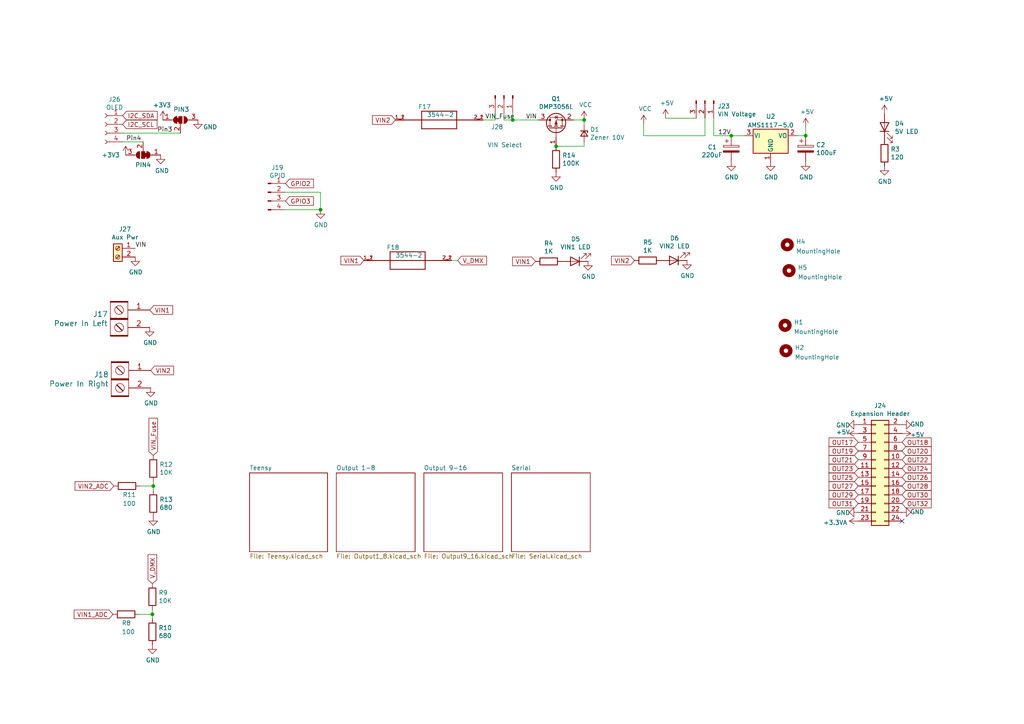
<source format=kicad_sch>
(kicad_sch (version 20211123) (generator eeschema)
  (paper "A4")
  (title_block (title "BBB 16 SMD") (date "2022-02-11") (rev "v2") (company "Scott Hanson"))
  (lib_symbols
    (symbol "Barrier_Blocks:BARRIER_BLOCK_1ROW_2POS" (pin_names (offset 1.016) hide)
      (property "Reference" "TB" (at 0.127 -6.731 0))
      (property "Value" "BARRIER_BLOCK_1ROW_2POS" (at 0.254 6.35 0))
      (symbol "BARRIER_BLOCK_1ROW_2POS_0_1"
        (rectangle (start -2.54 5.08) (end 2.54 -5.08))
        (circle (center 0 -2.54) (radius 1.27))
        (polyline (pts (xy -2.54 -4.699) (xy -2.54 -5.08) (xy 2.54 -5.08) (xy 2.54 -4.699)) (fill (type outline)))
        (polyline (pts (xy -2.54 0.254) (xy -2.54 -0.254) (xy 2.54 -0.254) (xy 2.54 0.254)) (fill (type outline)))
        (polyline (pts (xy -2.54 4.699) (xy -2.54 5.08) (xy 2.54 5.08) (xy 2.54 4.699)) (fill (type outline)))
        (polyline (pts (xy -0.8382 -3.5052) (xy -0.9652 -3.3782) (xy 0.8128 -1.6002) (xy 0.9652 -1.7018) (xy -0.8382 -3.5052)) (fill (type outline)))
        (polyline (pts (xy -0.8382 1.5748) (xy -0.9652 1.6764) (xy -0.0508 2.5908) (xy 0.8382 3.4798) (xy 0.9652 3.3528) (xy 0.9652 3.3528)) (fill (type outline)))
        (circle (center 0 2.54) (radius 1.27))
      )
      (symbol "BARRIER_BLOCK_1ROW_2POS_1_1"
        (pin passive line (at -8.89 2.54 0) (length 6.35) (name "P1") (number "1"))
        (pin passive line (at -8.89 -2.54 0) (length 6.35) (name "P2") (number "2"))
      )
    )
    (symbol "Connector:Conn_01x03_Male" (pin_names (offset 1.016) hide)
      (property "Reference" "J" (at 0 5.08 0))
      (property "Value" "Conn_01x03_Male" (at 0 -5.08 0))
      (symbol "Conn_01x03_Male_1_1"
        (polyline (pts (xy 1.27 -2.54) (xy 0.8636 -2.54)) (stroke (width 0.1524)))
        (polyline (pts (xy 1.27 0) (xy 0.8636 0)) (stroke (width 0.1524)))
        (polyline (pts (xy 1.27 2.54) (xy 0.8636 2.54)) (stroke (width 0.1524)))
        (rectangle (start 0.8636 -2.413) (end 0 -2.667) (stroke (width 0.1524)) (fill (type outline)))
        (rectangle (start 0.8636 0.127) (end 0 -0.127) (stroke (width 0.1524)) (fill (type outline)))
        (rectangle (start 0.8636 2.667) (end 0 2.413) (stroke (width 0.1524)) (fill (type outline)))
        (pin passive line (at 5.08 2.54 180) (length 3.81) (name "Pin_1") (number "1"))
        (pin passive line (at 5.08 0 180) (length 3.81) (name "Pin_2") (number "2"))
        (pin passive line (at 5.08 -2.54 180) (length 3.81) (name "Pin_3") (number "3"))
      )
    )
    (symbol "Connector:Conn_01x04_Female" (pin_names (offset 1.016) hide)
      (property "Reference" "J" (at 0 5.08 0))
      (property "Value" "Conn_01x04_Female" (at 0 -7.62 0))
      (symbol "Conn_01x04_Female_1_1"
        (arc (start 0 -4.572) (mid -0.508 -5.08) (end 0 -5.588) (stroke (width 0.1524)))
        (arc (start 0 -2.032) (mid -0.508 -2.54) (end 0 -3.048) (stroke (width 0.1524)))
        (polyline (pts (xy -1.27 -5.08) (xy -0.508 -5.08)) (stroke (width 0.1524)))
        (polyline (pts (xy -1.27 -2.54) (xy -0.508 -2.54)) (stroke (width 0.1524)))
        (polyline (pts (xy -1.27 0) (xy -0.508 0)) (stroke (width 0.1524)))
        (polyline (pts (xy -1.27 2.54) (xy -0.508 2.54)) (stroke (width 0.1524)))
        (arc (start 0 0.508) (mid -0.508 0) (end 0 -0.508) (stroke (width 0.1524)))
        (arc (start 0 3.048) (mid -0.508 2.54) (end 0 2.032) (stroke (width 0.1524)))
        (pin passive line (at -5.08 2.54 0) (length 3.81) (name "Pin_1") (number "1"))
        (pin passive line (at -5.08 0 0) (length 3.81) (name "Pin_2") (number "2"))
        (pin passive line (at -5.08 -2.54 0) (length 3.81) (name "Pin_3") (number "3"))
        (pin passive line (at -5.08 -5.08 0) (length 3.81) (name "Pin_4") (number "4"))
      )
    )
    (symbol "Connector:Conn_01x04_Male" (pin_names (offset 1.016) hide)
      (property "Reference" "J" (at 0 5.08 0))
      (property "Value" "Conn_01x04_Male" (at 0 -7.62 0))
      (symbol "Conn_01x04_Male_1_1"
        (polyline (pts (xy 1.27 -5.08) (xy 0.8636 -5.08)) (stroke (width 0.1524)))
        (polyline (pts (xy 1.27 -2.54) (xy 0.8636 -2.54)) (stroke (width 0.1524)))
        (polyline (pts (xy 1.27 0) (xy 0.8636 0)) (stroke (width 0.1524)))
        (polyline (pts (xy 1.27 2.54) (xy 0.8636 2.54)) (stroke (width 0.1524)))
        (rectangle (start 0.8636 -4.953) (end 0 -5.207) (stroke (width 0.1524)) (fill (type outline)))
        (rectangle (start 0.8636 -2.413) (end 0 -2.667) (stroke (width 0.1524)) (fill (type outline)))
        (rectangle (start 0.8636 0.127) (end 0 -0.127) (stroke (width 0.1524)) (fill (type outline)))
        (rectangle (start 0.8636 2.667) (end 0 2.413) (stroke (width 0.1524)) (fill (type outline)))
        (pin passive line (at 5.08 2.54 180) (length 3.81) (name "Pin_1") (number "1"))
        (pin passive line (at 5.08 0 180) (length 3.81) (name "Pin_2") (number "2"))
        (pin passive line (at 5.08 -2.54 180) (length 3.81) (name "Pin_3") (number "3"))
        (pin passive line (at 5.08 -5.08 180) (length 3.81) (name "Pin_4") (number "4"))
      )
    )
    (symbol "Connector:Screw_Terminal_01x02" (pin_names (offset 1.016) hide)
      (property "Reference" "J" (at 0 2.54 0))
      (property "Value" "Screw_Terminal_01x02" (at 0 -5.08 0))
      (symbol "Screw_Terminal_01x02_1_1"
        (rectangle (start -1.27 1.27) (end 1.27 -3.81) (stroke (width 0.254)) (fill (type background)))
        (circle (center 0 -2.54) (radius 0.635) (stroke (width 0.1524)))
        (polyline (pts (xy -0.5334 -2.2098) (xy 0.3302 -3.048)) (stroke (width 0.1524)))
        (polyline (pts (xy -0.5334 0.3302) (xy 0.3302 -0.508)) (stroke (width 0.1524)))
        (polyline (pts (xy -0.3556 -2.032) (xy 0.508 -2.8702)) (stroke (width 0.1524)))
        (polyline (pts (xy -0.3556 0.508) (xy 0.508 -0.3302)) (stroke (width 0.1524)))
        (circle (center 0 0) (radius 0.635) (stroke (width 0.1524)))
        (pin passive line (at -5.08 0 0) (length 3.81) (name "Pin_1") (number "1"))
        (pin passive line (at -5.08 -2.54 0) (length 3.81) (name "Pin_2") (number "2"))
      )
    )
    (symbol "Connector_Generic:Conn_02x12_Odd_Even" (pin_names (offset 1.016) hide)
      (property "Reference" "J" (at 1.27 15.24 0))
      (property "Value" "Conn_02x12_Odd_Even" (at 1.27 -17.78 0))
      (symbol "Conn_02x12_Odd_Even_1_1"
        (rectangle (start -1.27 -15.113) (end 0 -15.367) (stroke (width 0.1524)))
        (rectangle (start -1.27 -12.573) (end 0 -12.827) (stroke (width 0.1524)))
        (rectangle (start -1.27 -10.033) (end 0 -10.287) (stroke (width 0.1524)))
        (rectangle (start -1.27 -7.493) (end 0 -7.747) (stroke (width 0.1524)))
        (rectangle (start -1.27 -4.953) (end 0 -5.207) (stroke (width 0.1524)))
        (rectangle (start -1.27 -2.413) (end 0 -2.667) (stroke (width 0.1524)))
        (rectangle (start -1.27 0.127) (end 0 -0.127) (stroke (width 0.1524)))
        (rectangle (start -1.27 2.667) (end 0 2.413) (stroke (width 0.1524)))
        (rectangle (start -1.27 5.207) (end 0 4.953) (stroke (width 0.1524)))
        (rectangle (start -1.27 7.747) (end 0 7.493) (stroke (width 0.1524)))
        (rectangle (start -1.27 10.287) (end 0 10.033) (stroke (width 0.1524)))
        (rectangle (start -1.27 12.827) (end 0 12.573) (stroke (width 0.1524)))
        (rectangle (start -1.27 13.97) (end 3.81 -16.51) (stroke (width 0.254)) (fill (type background)))
        (rectangle (start 3.81 -15.113) (end 2.54 -15.367) (stroke (width 0.1524)))
        (rectangle (start 3.81 -12.573) (end 2.54 -12.827) (stroke (width 0.1524)))
        (rectangle (start 3.81 -10.033) (end 2.54 -10.287) (stroke (width 0.1524)))
        (rectangle (start 3.81 -7.493) (end 2.54 -7.747) (stroke (width 0.1524)))
        (rectangle (start 3.81 -4.953) (end 2.54 -5.207) (stroke (width 0.1524)))
        (rectangle (start 3.81 -2.413) (end 2.54 -2.667) (stroke (width 0.1524)))
        (rectangle (start 3.81 0.127) (end 2.54 -0.127) (stroke (width 0.1524)))
        (rectangle (start 3.81 2.667) (end 2.54 2.413) (stroke (width 0.1524)))
        (rectangle (start 3.81 5.207) (end 2.54 4.953) (stroke (width 0.1524)))
        (rectangle (start 3.81 7.747) (end 2.54 7.493) (stroke (width 0.1524)))
        (rectangle (start 3.81 10.287) (end 2.54 10.033) (stroke (width 0.1524)))
        (rectangle (start 3.81 12.827) (end 2.54 12.573) (stroke (width 0.1524)))
        (pin passive line (at -5.08 12.7 0) (length 3.81) (name "Pin_1") (number "1"))
        (pin passive line (at 7.62 2.54 180) (length 3.81) (name "Pin_10") (number "10"))
        (pin passive line (at -5.08 0 0) (length 3.81) (name "Pin_11") (number "11"))
        (pin passive line (at 7.62 0 180) (length 3.81) (name "Pin_12") (number "12"))
        (pin passive line (at -5.08 -2.54 0) (length 3.81) (name "Pin_13") (number "13"))
        (pin passive line (at 7.62 -2.54 180) (length 3.81) (name "Pin_14") (number "14"))
        (pin passive line (at -5.08 -5.08 0) (length 3.81) (name "Pin_15") (number "15"))
        (pin passive line (at 7.62 -5.08 180) (length 3.81) (name "Pin_16") (number "16"))
        (pin passive line (at -5.08 -7.62 0) (length 3.81) (name "Pin_17") (number "17"))
        (pin passive line (at 7.62 -7.62 180) (length 3.81) (name "Pin_18") (number "18"))
        (pin passive line (at -5.08 -10.16 0) (length 3.81) (name "Pin_19") (number "19"))
        (pin passive line (at 7.62 12.7 180) (length 3.81) (name "Pin_2") (number "2"))
        (pin passive line (at 7.62 -10.16 180) (length 3.81) (name "Pin_20") (number "20"))
        (pin passive line (at -5.08 -12.7 0) (length 3.81) (name "Pin_21") (number "21"))
        (pin passive line (at 7.62 -12.7 180) (length 3.81) (name "Pin_22") (number "22"))
        (pin passive line (at -5.08 -15.24 0) (length 3.81) (name "Pin_23") (number "23"))
        (pin passive line (at 7.62 -15.24 180) (length 3.81) (name "Pin_24") (number "24"))
        (pin passive line (at -5.08 10.16 0) (length 3.81) (name "Pin_3") (number "3"))
        (pin passive line (at 7.62 10.16 180) (length 3.81) (name "Pin_4") (number "4"))
        (pin passive line (at -5.08 7.62 0) (length 3.81) (name "Pin_5") (number "5"))
        (pin passive line (at 7.62 7.62 180) (length 3.81) (name "Pin_6") (number "6"))
        (pin passive line (at -5.08 5.08 0) (length 3.81) (name "Pin_7") (number "7"))
        (pin passive line (at 7.62 5.08 180) (length 3.81) (name "Pin_8") (number "8"))
        (pin passive line (at -5.08 2.54 0) (length 3.81) (name "Pin_9") (number "9"))
      )
    )
    (symbol "Device:D_Zener_Small" (pin_numbers hide) (pin_names (offset 0.254) hide)
      (property "Reference" "D" (at 0 2.286 0))
      (property "Value" "D_Zener_Small" (at 0 -2.286 0))
      (symbol "D_Zener_Small_0_1"
        (polyline (pts (xy 0.762 0) (xy -0.762 0)))
        (polyline (pts (xy -0.254 1.016) (xy -0.762 1.016) (xy -0.762 -1.016)) (stroke (width 0.254)))
        (polyline (pts (xy 0.762 1.016) (xy -0.762 0) (xy 0.762 -1.016) (xy 0.762 1.016)) (stroke (width 0.254)))
      )
      (symbol "D_Zener_Small_1_1"
        (pin passive line (at -2.54 0 0) (length 1.778) (name "K") (number "1"))
        (pin passive line (at 2.54 0 180) (length 1.778) (name "A") (number "2"))
      )
    )
    (symbol "Device:LED" (pin_numbers hide) (pin_names (offset 1.016) hide)
      (property "Reference" "D" (at 0 2.54 0))
      (property "Value" "LED" (at 0 -2.54 0))
      (symbol "LED_0_1"
        (polyline (pts (xy -1.27 -1.27) (xy -1.27 1.27)) (stroke (width 0.254)))
        (polyline (pts (xy -1.27 0) (xy 1.27 0)))
        (polyline (pts (xy 1.27 -1.27) (xy 1.27 1.27) (xy -1.27 0) (xy 1.27 -1.27)) (stroke (width 0.254)))
        (polyline (pts (xy -3.048 -0.762) (xy -4.572 -2.286) (xy -3.81 -2.286) (xy -4.572 -2.286) (xy -4.572 -1.524)))
        (polyline (pts (xy -1.778 -0.762) (xy -3.302 -2.286) (xy -2.54 -2.286) (xy -3.302 -2.286) (xy -3.302 -1.524)))
      )
      (symbol "LED_1_1"
        (pin passive line (at -3.81 0 0) (length 2.54) (name "K") (number "1"))
        (pin passive line (at 3.81 0 180) (length 2.54) (name "A") (number "2"))
      )
    )
    (symbol "Device:Q_PMOS_GSD" (pin_names (offset 0) hide)
      (property "Reference" "Q" (at 5.08 1.27 0))
      (property "Value" "Q_PMOS_GSD" (at 5.08 -1.27 0))
      (symbol "Q_PMOS_GSD_0_1"
        (polyline (pts (xy 0.254 0) (xy -2.54 0)))
        (polyline (pts (xy 0.254 1.905) (xy 0.254 -1.905)) (stroke (width 0.254)))
        (polyline (pts (xy 0.762 -1.27) (xy 0.762 -2.286)) (stroke (width 0.254)))
        (polyline (pts (xy 0.762 0.508) (xy 0.762 -0.508)) (stroke (width 0.254)))
        (polyline (pts (xy 0.762 2.286) (xy 0.762 1.27)) (stroke (width 0.254)))
        (polyline (pts (xy 2.54 2.54) (xy 2.54 1.778)))
        (polyline (pts (xy 2.54 -2.54) (xy 2.54 0) (xy 0.762 0)))
        (polyline (pts (xy 0.762 1.778) (xy 3.302 1.778) (xy 3.302 -1.778) (xy 0.762 -1.778)))
        (polyline (pts (xy 2.286 0) (xy 1.27 0.381) (xy 1.27 -0.381) (xy 2.286 0)) (fill (type outline)))
        (polyline (pts (xy 2.794 -0.508) (xy 2.921 -0.381) (xy 3.683 -0.381) (xy 3.81 -0.254)))
        (polyline (pts (xy 3.302 -0.381) (xy 2.921 0.254) (xy 3.683 0.254) (xy 3.302 -0.381)))
        (circle (center 1.651 0) (radius 2.794) (stroke (width 0.254)))
        (circle (center 2.54 -1.778) (radius 0.254) (fill (type outline)))
        (circle (center 2.54 1.778) (radius 0.254) (fill (type outline)))
      )
      (symbol "Q_PMOS_GSD_1_1"
        (pin input line (at -5.08 0 0) (length 2.54) (name "G") (number "1"))
        (pin passive line (at 2.54 -5.08 90) (length 2.54) (name "S") (number "2"))
        (pin passive line (at 2.54 5.08 270) (length 2.54) (name "D") (number "3"))
      )
    )
    (symbol "Device:R" (pin_numbers hide) (pin_names (offset 0))
      (property "Reference" "R" (at 2.032 0 90))
      (property "Value" "R" (at 0 0 90))
      (symbol "R_0_1"
        (rectangle (start -1.016 -2.54) (end 1.016 2.54) (stroke (width 0.254)))
      )
      (symbol "R_1_1"
        (pin passive line (at 0 3.81 270) (length 1.27) (name "~") (number "1"))
        (pin passive line (at 0 -3.81 90) (length 1.27) (name "~") (number "2"))
      )
    )
    (symbol "Jumper:SolderJumper_3_Bridged12" (pin_names (offset 0) hide)
      (property "Reference" "JP" (at -2.54 -2.54 0))
      (property "Value" "SolderJumper_3_Bridged12" (at 0 2.794 0))
      (symbol "SolderJumper_3_Bridged12_0_1"
        (rectangle (start -1.016 0.508) (end -0.508 -0.508) (fill (type outline)))
        (arc (start -1.016 1.016) (mid -2.032 0) (end -1.016 -1.016))
        (arc (start -1.016 1.016) (mid -2.032 0) (end -1.016 -1.016) (fill (type outline)))
        (rectangle (start -0.508 1.016) (end 0.508 -1.016) (fill (type outline)))
        (polyline (pts (xy -2.54 0) (xy -2.032 0)))
        (polyline (pts (xy -1.016 1.016) (xy -1.016 -1.016)))
        (polyline (pts (xy 0 -1.27) (xy 0 -1.016)))
        (polyline (pts (xy 1.016 1.016) (xy 1.016 -1.016)))
        (polyline (pts (xy 2.54 0) (xy 2.032 0)))
        (arc (start 1.016 -1.016) (mid 2.032 0) (end 1.016 1.016))
        (arc (start 1.016 -1.016) (mid 2.032 0) (end 1.016 1.016) (fill (type outline)))
      )
      (symbol "SolderJumper_3_Bridged12_1_1"
        (pin passive line (at -5.08 0 0) (length 2.54) (name "A") (number "1"))
        (pin passive line (at 0 -3.81 90) (length 2.54) (name "C") (number "2"))
        (pin passive line (at 5.08 0 180) (length 2.54) (name "B") (number "3"))
      )
    )
    (symbol "Mechanical:MountingHole" (pin_names (offset 1.016))
      (property "Reference" "H" (at 0 5.08 0))
      (property "Value" "MountingHole" (at 0 3.175 0))
      (symbol "MountingHole_0_1"
        (circle (center 0 0) (radius 1.27) (stroke (width 1.27)))
      )
    )
    (symbol "Regulator_Linear:AMS1117-5.0" (pin_names (offset 0.254))
      (property "Reference" "U" (at -3.81 3.175 0))
      (property "Value" "AMS1117-5.0" (at 0 3.175 0))
      (symbol "AMS1117-5.0_0_1"
        (rectangle (start -5.08 -5.08) (end 5.08 1.905) (stroke (width 0.254)) (fill (type background)))
      )
      (symbol "AMS1117-5.0_1_1"
        (pin power_in line (at 0 -7.62 90) (length 2.54) (name "GND") (number "1"))
        (pin power_out line (at 7.62 0 180) (length 2.54) (name "VO") (number "2"))
        (pin power_in line (at -7.62 0 0) (length 2.54) (name "VI") (number "3"))
      )
    )
    (symbol "Teensy_16-rescue:3544-2-Keystone_Fuse" (pin_names (offset 1.016) hide)
      (property "Reference" "F" (at -5.08 3.302 0))
      (property "Value" "3544-2-Keystone_Fuse" (at -5.08 -5.08 0))
      (symbol "3544-2-Keystone_Fuse_0_0"
        (polyline (pts (xy -12.7 0) (xy 12.7 0)) (stroke (width 0.254)))
        (polyline (pts (xy -5.08 -2.54) (xy -5.08 2.54)) (stroke (width 0.254)))
        (polyline (pts (xy -5.08 2.54) (xy 5.08 2.54)) (stroke (width 0.254)))
        (polyline (pts (xy 5.08 -2.54) (xy -5.08 -2.54)) (stroke (width 0.254)))
        (polyline (pts (xy 5.08 2.54) (xy 5.08 -2.54)) (stroke (width 0.254)))
        (pin passive line (at -12.7 0 0) (length 2.54) (name "1") (number "1_1"))
        (pin passive line (at -12.7 0 0) (length 2.54) (name "1") (number "1_2"))
        (pin passive line (at 12.7 0 180) (length 2.54) (name "2") (number "2_1"))
        (pin passive line (at 12.7 0 180) (length 2.54) (name "2") (number "2_2"))
      )
    )
    (symbol "Teensy_16-rescue:CP-Device" (pin_numbers hide) (pin_names (offset 0.254))
      (property "Reference" "C" (at 0.635 2.54 0))
      (property "Value" "CP-Device" (at 0.635 -2.54 0))
      (symbol "CP-Device_0_1"
        (rectangle (start -2.286 0.508) (end 2.286 1.016))
        (polyline (pts (xy -1.778 2.286) (xy -0.762 2.286)))
        (polyline (pts (xy -1.27 2.794) (xy -1.27 1.778)))
        (rectangle (start 2.286 -0.508) (end -2.286 -1.016) (fill (type outline)))
      )
      (symbol "CP-Device_1_1"
        (pin passive line (at 0 3.81 270) (length 2.794) (name "~") (number "1"))
        (pin passive line (at 0 -3.81 90) (length 2.794) (name "~") (number "2"))
      )
    )
    (symbol "power:+3.3V" (power) (pin_names (offset 0))
      (property "Value" "+3.3V" (at 0 3.556 0))
      (symbol "+3.3V_0_1"
        (polyline (pts (xy -0.762 1.27) (xy 0 2.54)))
        (polyline (pts (xy 0 0) (xy 0 2.54)))
        (polyline (pts (xy 0 2.54) (xy 0.762 1.27)))
      )
      (symbol "+3.3V_1_1"
        (pin power_in line (at 0 0 90) (length 0) hide (name "+3V3") (number "1"))
      )
    )
    (symbol "power:+3.3VA" (power) (pin_names (offset 0))
      (property "Value" "+3.3VA" (at 0 3.556 0))
      (symbol "+3.3VA_0_1"
        (polyline (pts (xy -0.762 1.27) (xy 0 2.54)))
        (polyline (pts (xy 0 0) (xy 0 2.54)))
        (polyline (pts (xy 0 2.54) (xy 0.762 1.27)))
      )
      (symbol "+3.3VA_1_1"
        (pin power_in line (at 0 0 90) (length 0) hide (name "+3.3VA") (number "1"))
      )
    )
    (symbol "power:+5V" (power) (pin_names (offset 0))
      (property "Value" "+5V" (at 0 3.556 0))
      (symbol "+5V_0_1"
        (polyline (pts (xy -0.762 1.27) (xy 0 2.54)))
        (polyline (pts (xy 0 0) (xy 0 2.54)))
        (polyline (pts (xy 0 2.54) (xy 0.762 1.27)))
      )
      (symbol "+5V_1_1"
        (pin power_in line (at 0 0 90) (length 0) hide (name "+5V") (number "1"))
      )
    )
    (symbol "power:GND" (power) (pin_names (offset 0))
      (property "Value" "GND" (at 0 -3.81 0))
      (symbol "GND_0_1"
        (polyline (pts (xy 0 0) (xy 0 -1.27) (xy 1.27 -1.27) (xy 0 -2.54) (xy -1.27 -1.27) (xy 0 -1.27)))
      )
      (symbol "GND_1_1"
        (pin power_in line (at 0 0 270) (length 0) hide (name "GND") (number "1"))
      )
    )
    (symbol "power:VCC" (power) (pin_names (offset 0))
      (property "Value" "VCC" (at 0 3.81 0))
      (symbol "VCC_0_1"
        (polyline (pts (xy -0.762 1.27) (xy 0 2.54)))
        (polyline (pts (xy 0 0) (xy 0 2.54)))
        (polyline (pts (xy 0 2.54) (xy 0.762 1.27)))
      )
      (symbol "VCC_1_1"
        (pin power_in line (at 0 0 90) (length 0) hide (name "VCC") (number "1"))
      )
    )
  )
  (junction (at 44.196 178.181))
  (junction (at 92.964 60.833))
  (junction (at 148.717 34.798))
  (junction (at 161.29 42.418))
  (junction (at 44.45 140.97))
  (junction (at 212.09 39.37))
  (junction (at 169.418 34.798))
  (junction (at 233.68 39.37))
  (no_connect (at 261.62 151.13))
  (wire (pts (xy 186.69 39.37) (xy 186.69 35.941)))
  (wire (pts (xy 215.9 39.37) (xy 212.09 39.37)))
  (wire (pts (xy 148.717 34.798) (xy 156.21 34.798)))
  (wire (pts (xy 212.09 39.37) (xy 207.01 39.37)))
  (wire (pts (xy 44.45 140.97) (xy 44.45 142.24)))
  (wire (pts (xy 44.45 139.7) (xy 44.45 140.97)))
  (wire (pts (xy 148.717 32.766) (xy 148.717 34.798)))
  (wire (pts (xy 146.177 34.798) (xy 148.717 34.798)))
  (wire (pts (xy 204.47 34.29) (xy 204.47 39.37)))
  (wire (pts (xy 92.964 60.833) (xy 82.804 60.833)))
  (wire (pts (xy 130.937 75.565) (xy 132.715 75.565)))
  (wire (pts (xy 44.45 140.97) (xy 40.64 140.97)))
  (wire (pts (xy 143.637 34.798) (xy 140.081 34.798)))
  (wire (pts (xy 169.418 42.418) (xy 161.29 42.418)))
  (wire (pts (xy 52.324 38.608) (xy 35.56 38.608)))
  (wire (pts (xy 204.47 39.37) (xy 186.69 39.37)))
  (wire (pts (xy 44.196 176.911) (xy 44.196 178.181)))
  (wire (pts (xy 92.964 55.753) (xy 92.964 60.833)))
  (wire (pts (xy 166.37 34.798) (xy 169.418 34.798)))
  (wire (pts (xy 146.177 34.798) (xy 146.177 32.766)))
  (wire (pts (xy 201.93 34.29) (xy 193.04 34.29)))
  (wire (pts (xy 207.01 39.37) (xy 207.01 34.29)))
  (wire (pts (xy 169.418 34.798) (xy 169.418 36.195)))
  (wire (pts (xy 44.196 178.181) (xy 40.386 178.181)))
  (wire (pts (xy 143.637 34.798) (xy 143.637 32.766)))
  (wire (pts (xy 82.804 55.753) (xy 92.964 55.753)))
  (wire (pts (xy 35.56 41.148) (xy 41.529 41.148)))
  (wire (pts (xy 44.196 178.181) (xy 44.196 179.451)))
  (wire (pts (xy 169.418 41.275) (xy 169.418 42.418)))
  (wire (pts (xy 231.14 39.37) (xy 233.68 39.37)))
  (wire (pts (xy 233.68 39.37) (xy 233.68 36.83)))
  (label "Pin4" (at 36.576 41.148 0))
  (label "VIN" (at 39.243 72.009 0))
  (label "VIN_Fuse" (at 140.716 34.798 0))
  (label "VIN" (at 152.527 34.798 0))
  (label "Pin3" (at 45.593 38.608 0))
  (label "12V" (at 208.28 39.37 0))
  (global_label "GPIO3" (shape input) (at 82.804 58.293 0) (property "Intersheet References" "${INTERSHEET_REFS}" (effects hide)))
  (global_label "OUT32" (shape input) (at 261.62 146.05 0) (property "Intersheet References" "${INTERSHEET_REFS}" (effects hide)))
  (global_label "VIN2" (shape input) (at 184.023 75.565 180) (property "Intersheet References" "${INTERSHEET_REFS}" (effects hide)))
  (global_label "OUT18" (shape input) (at 261.62 128.27 0) (property "Intersheet References" "${INTERSHEET_REFS}" (effects hide)))
  (global_label "OUT23" (shape input) (at 248.92 135.89 180) (property "Intersheet References" "${INTERSHEET_REFS}" (effects hide)))
  (global_label "VIN2" (shape input) (at 43.688 107.442 0) (property "Intersheet References" "${INTERSHEET_REFS}" (effects hide)))
  (global_label "OUT30" (shape input) (at 261.62 143.51 0) (property "Intersheet References" "${INTERSHEET_REFS}" (effects hide)))
  (global_label "OUT27" (shape input) (at 248.92 140.97 180) (property "Intersheet References" "${INTERSHEET_REFS}" (effects hide)))
  (global_label "V_DMX" (shape input) (at 44.196 169.291 90) (property "Intersheet References" "${INTERSHEET_REFS}" (effects hide)))
  (global_label "OUT25" (shape input) (at 248.92 138.43 180) (property "Intersheet References" "${INTERSHEET_REFS}" (effects hide)))
  (global_label "VIN2_ADC" (shape input) (at 33.02 140.97 180) (property "Intersheet References" "${INTERSHEET_REFS}" (effects hide)))
  (global_label "I2C_SCL" (shape input) (at 35.56 36.068 0) (property "Intersheet References" "${INTERSHEET_REFS}" (effects hide)))
  (global_label "V_DMX" (shape input) (at 132.715 75.565 0) (property "Intersheet References" "${INTERSHEET_REFS}" (effects hide)))
  (global_label "I2C_SDA" (shape input) (at 35.56 33.528 0) (property "Intersheet References" "${INTERSHEET_REFS}" (effects hide)))
  (global_label "OUT19" (shape input) (at 248.92 130.81 180) (property "Intersheet References" "${INTERSHEET_REFS}" (effects hide)))
  (global_label "VIN1" (shape input) (at 105.537 75.565 180) (property "Intersheet References" "${INTERSHEET_REFS}" (effects hide)))
  (global_label "OUT17" (shape input) (at 248.92 128.27 180) (property "Intersheet References" "${INTERSHEET_REFS}" (effects hide)))
  (global_label "OUT31" (shape input) (at 248.92 146.05 180) (property "Intersheet References" "${INTERSHEET_REFS}" (effects hide)))
  (global_label "OUT26" (shape input) (at 261.62 138.43 0) (property "Intersheet References" "${INTERSHEET_REFS}" (effects hide)))
  (global_label "VIN2" (shape input) (at 114.681 34.798 180) (property "Intersheet References" "${INTERSHEET_REFS}" (effects hide)))
  (global_label "VIN1" (shape input) (at 43.434 89.916 0) (property "Intersheet References" "${INTERSHEET_REFS}" (effects hide)))
  (global_label "OUT20" (shape input) (at 261.62 130.81 0) (property "Intersheet References" "${INTERSHEET_REFS}" (effects hide)))
  (global_label "GPIO2" (shape input) (at 82.804 53.213 0) (property "Intersheet References" "${INTERSHEET_REFS}" (effects hide)))
  (global_label "OUT21" (shape input) (at 248.92 133.35 180) (property "Intersheet References" "${INTERSHEET_REFS}" (effects hide)))
  (global_label "VIN_Fuse" (shape input) (at 44.45 132.08 90) (property "Intersheet References" "${INTERSHEET_REFS}" (effects hide)))
  (global_label "OUT28" (shape input) (at 261.62 140.97 0) (property "Intersheet References" "${INTERSHEET_REFS}" (effects hide)))
  (global_label "OUT24" (shape input) (at 261.62 135.89 0) (property "Intersheet References" "${INTERSHEET_REFS}" (effects hide)))
  (global_label "VIN1" (shape input) (at 155.321 75.819 180) (property "Intersheet References" "${INTERSHEET_REFS}" (effects hide)))
  (global_label "OUT22" (shape input) (at 261.62 133.35 0) (property "Intersheet References" "${INTERSHEET_REFS}" (effects hide)))
  (global_label "OUT29" (shape input) (at 248.92 143.51 180) (property "Intersheet References" "${INTERSHEET_REFS}" (effects hide)))
  (global_label "VIN1_ADC" (shape input) (at 32.766 178.181 180) (property "Intersheet References" "${INTERSHEET_REFS}" (effects hide)))
  (symbol (lib_id "Teensy_16-rescue:CP-Device") (at 233.68 43.18 0) (unit 1)
    (property "Reference" "C2" (at 236.6772 42.0116 0) (effects (justify left)))
    (property "Value" "100uF" (at 236.6772 44.323 0) (effects (justify left)))
    (property "Footprint" "Capacitor_SMD:CP_Elec_6.3x5.4_Nichicon" (effects hide))
    (property "Digi-Key_PN" "493-2105-1-ND" (effects hide))
    (property "MPN" "UWX1C101MCL1GB" (effects hide))
    (property "LCSC" "C134723" (effects hide))
  )
  (symbol (lib_id "Teensy_16-rescue:CP-Device") (at 212.09 43.18 0) (unit 1)
    (property "Reference" "C1" (at 205.232 42.672 0) (effects (justify left)))
    (property "Value" "220uF" (at 203.454 44.958 0) (effects (justify left)))
    (property "Footprint" "Capacitor_THT:CP_Radial_D10.0mm_P5.00mm" (effects hide))
    (property "Digi-Key_PN" "P5183-ND" (effects hide))
    (property "MPN" "ECA-1HM221" (effects hide))
    (property "LCSC" "C88784" (effects hide))
  )
  (symbol (lib_id "power:GND") (at 43.434 94.996 0) (unit 1)
    (property "Reference" "#PWR0101" (effects hide))
    (property "Value" "GND" (at 43.561 99.3902 0))
  )
  (symbol (lib_id "power:GND") (at 223.52 46.99 0) (unit 1)
    (property "Reference" "#PWR0113" (effects hide))
    (property "Value" "GND" (at 223.647 51.3842 0))
  )
  (symbol (lib_id "power:GND") (at 233.68 46.99 0) (unit 1)
    (property "Reference" "#PWR0114" (effects hide))
    (property "Value" "GND" (at 233.807 51.3842 0))
  )
  (symbol (lib_id "power:GND") (at 212.09 46.99 0) (unit 1)
    (property "Reference" "#PWR0115" (effects hide))
    (property "Value" "GND" (at 212.217 51.3842 0))
  )
  (symbol (lib_id "power:+5V") (at 233.68 36.83 0) (unit 1)
    (property "Reference" "#PWR0116" (effects hide))
    (property "Value" "+5V" (at 234.061 32.4358 0))
  )
  (symbol (lib_id "Connector:Conn_01x03_Male") (at 204.47 29.21 270) (unit 1)
    (property "Reference" "J23" (at 208.1276 30.7848 90) (effects (justify left)))
    (property "Value" "VIN Voltage" (at 208.1276 33.0962 90) (effects (justify left)))
    (property "Footprint" "Connector_PinHeader_2.54mm:PinHeader_1x03_P2.54mm_Vertical" (effects hide))
    (property "Digi-Key_PN" "732-5316-ND" (effects hide))
    (property "MPN" "61300311121" (effects hide))
    (property "LCSC" "C49257" (effects hide))
  )
  (symbol (lib_id "power:+5V") (at 193.04 34.29 0) (unit 1)
    (property "Reference" "#PWR047" (effects hide))
    (property "Value" "+5V" (at 193.421 29.8958 0))
  )
  (symbol (lib_id "power:GND") (at 43.688 112.522 0) (unit 1)
    (property "Reference" "#PWR02" (effects hide))
    (property "Value" "GND" (at 43.815 116.9162 0))
  )
  (symbol (lib_id "Teensy_16-rescue:3544-2-Keystone_Fuse") (at 118.237 75.565 0) (unit 1)
    (property "Reference" "F18" (at 112.141 71.755 0) (effects (justify left)))
    (property "Value" "3544-2" (at 114.681 74.041 0) (effects (justify left)))
    (property "Footprint" "Keystone_Fuse:FUSE_3544-2" (effects hide))
    (property "Field4" "3544-2" (effects hide))
    (property "Field5" "None" (effects hide))
    (property "Field6" "Unavailable" (effects hide))
    (property "Field7" "Fuse Clip; 500 VAC; 30 A; PCB; For 0.110 in. x 0.032 in. mini blade fuses" (effects hide))
    (property "Field8" "Keystone Electronics" (effects hide))
    (property "Digi-Key_PN" "36-3544-2-ND" (effects hide))
    (property "MPN" "3544-2" (effects hide))
    (property "LCSC" "C492610" (effects hide))
  )
  (symbol (lib_id "Connector:Conn_01x04_Female") (at 30.48 36.068 0) (mirror y) (unit 1)
    (property "Reference" "J26" (at 33.2232 28.829 0))
    (property "Value" "OLED" (at 33.2232 31.1404 0))
    (property "Footprint" "OLED-SSD1306-128X64-I2C:OLED-SSD1306-128X64-I2C-THT" (effects hide))
    (property "Digi-Key_PN" "S7002-ND" (effects hide))
    (property "MPN" "PPTC041LFBN-RC" (effects hide))
    (property "LCSC" "C225501" (effects hide))
  )
  (symbol (lib_id "power:GND") (at 57.404 34.798 0) (unit 1)
    (property "Reference" "#PWR051" (effects hide))
    (property "Value" "GND" (at 60.96 36.83 0))
  )
  (symbol (lib_id "power:+3.3V") (at 47.244 34.798 0) (unit 1)
    (property "Reference" "#PWR0108" (effects hide))
    (property "Value" "+3.3V" (at 46.99 30.48 0))
  )
  (symbol (lib_id "Device:LED") (at 166.751 75.819 180) (unit 1)
    (property "Reference" "D5" (at 166.9288 69.342 0))
    (property "Value" "VIN1 LED" (at 166.9288 71.6534 0))
    (property "Footprint" "LED_SMD:LED_0603_1608Metric_Pad1.05x0.95mm_HandSolder" (effects hide))
    (property "Digi-Key_PN" "160-1436-2-ND" (effects hide))
    (property "MPN" "LTST-C190KRKT" (effects hide))
    (property "LCSC" "C2286" (effects hide))
  )
  (symbol (lib_id "Device:LED") (at 195.453 75.565 180) (unit 1)
    (property "Reference" "D6" (at 195.6308 69.088 0))
    (property "Value" "VIN2 LED" (at 195.6308 71.3994 0))
    (property "Footprint" "LED_SMD:LED_0603_1608Metric_Pad1.05x0.95mm_HandSolder" (effects hide))
    (property "Digi-Key_PN" "160-1436-2-ND" (effects hide))
    (property "MPN" "LTST-C190KRKT" (effects hide))
    (property "LCSC" "C2286" (effects hide))
  )
  (symbol (lib_id "Device:R") (at 159.131 75.819 270) (unit 1)
    (property "Reference" "R4" (at 159.131 70.5612 90))
    (property "Value" "1K" (at 159.131 72.8726 90))
    (property "Footprint" "Resistor_SMD:R_0603_1608Metric_Pad0.98x0.95mm_HandSolder" (effects hide))
    (property "Digi-Key_PN" "311-1.00KHRTR-ND" (effects hide))
    (property "MPN" "RC0603FR-071KL" (effects hide))
    (property "LCSC" "C21190" (effects hide))
  )
  (symbol (lib_id "Device:R") (at 187.833 75.565 270) (unit 1)
    (property "Reference" "R5" (at 187.833 70.3072 90))
    (property "Value" "1K" (at 187.833 72.6186 90))
    (property "Footprint" "Resistor_SMD:R_0603_1608Metric_Pad0.98x0.95mm_HandSolder" (effects hide))
    (property "Digi-Key_PN" "311-1.00KHRTR-ND" (effects hide))
    (property "MPN" "RC0603FR-071KL" (effects hide))
    (property "LCSC" "C21190" (effects hide))
  )
  (symbol (lib_id "power:GND") (at 170.561 75.819 0) (unit 1)
    (property "Reference" "#PWR0111" (effects hide))
    (property "Value" "GND" (at 170.688 80.2132 0))
  )
  (symbol (lib_id "power:GND") (at 199.263 75.565 0) (unit 1)
    (property "Reference" "#PWR0112" (effects hide))
    (property "Value" "GND" (at 199.39 79.9592 0))
  )
  (symbol (lib_id "Device:R") (at 256.54 44.45 180) (unit 1)
    (property "Reference" "R3" (at 258.318 43.2816 0) (effects (justify right)))
    (property "Value" "120" (at 258.318 45.593 0) (effects (justify right)))
    (property "Footprint" "Resistor_SMD:R_0603_1608Metric_Pad0.98x0.95mm_HandSolder" (effects hide))
    (property "Digi-Key_PN" "A129677CT-ND" (effects hide))
    (property "MPN" "CRGCQ0603F120R" (effects hide))
    (property "LCSC" "C22787" (effects hide))
  )
  (symbol (lib_id "Device:LED") (at 256.54 36.83 90) (unit 1)
    (property "Reference" "D4" (at 259.5118 35.8394 90) (effects (justify right)))
    (property "Value" "5V LED" (at 259.5118 38.1508 90) (effects (justify right)))
    (property "Footprint" "LED_SMD:LED_0603_1608Metric_Pad1.05x0.95mm_HandSolder" (effects hide))
    (property "Digi-Key_PN" "160-1436-2-ND" (effects hide))
    (property "MPN" "LTST-C190KRKT" (effects hide))
    (property "LCSC" "C2286" (effects hide))
  )
  (symbol (lib_id "power:+5V") (at 256.54 33.02 0) (unit 1)
    (property "Reference" "#PWR040" (effects hide))
    (property "Value" "+5V" (at 256.921 28.6258 0))
  )
  (symbol (lib_id "power:GND") (at 256.54 48.26 0) (unit 1)
    (property "Reference" "#PWR052" (effects hide))
    (property "Value" "GND" (at 256.667 52.6542 0))
  )
  (symbol (lib_id "Jumper:SolderJumper_3_Bridged12") (at 52.324 34.798 0) (unit 1)
    (property "Reference" "PIN3" (at 52.578 31.75 0))
    (property "Value" "Jumper" (effects hide))
    (property "Footprint" "Jumper:SolderJumper-3_P1.3mm_Bridged12_Pad1.0x1.5mm" (effects hide))
  )
  (symbol (lib_id "Jumper:SolderJumper_3_Bridged12") (at 41.529 44.958 180) (unit 1)
    (property "Reference" "PIN4" (at 41.529 47.8282 0))
    (property "Value" "JUMPER" (effects hide))
    (property "Footprint" "Jumper:SolderJumper-3_P1.3mm_Bridged12_Pad1.0x1.5mm" (effects hide))
  )
  (symbol (lib_id "power:+3.3V") (at 36.449 44.958 0) (unit 1)
    (property "Reference" "#PWR0117" (effects hide))
    (property "Value" "+3.3V" (at 32.131 44.958 0))
  )
  (symbol (lib_id "power:GND") (at 46.609 44.958 0) (unit 1)
    (property "Reference" "#PWR0119" (effects hide))
    (property "Value" "GND" (at 46.99 49.53 0))
  )
  (symbol (lib_id "Barrier_Blocks:BARRIER_BLOCK_1ROW_2POS") (at 34.544 92.456 0) (mirror y) (unit 1)
    (property "Reference" "J17" (at 31.2928 91.1098 0) (effects (font (size 1.524 1.524)) (justify left)))
    (property "Value" "Power In Left" (at 31.2928 93.8022 0) (effects (font (size 1.524 1.524)) (justify left)))
    (property "Footprint" "Barrier_Blocks:BARRIER_BLOCK_1ROW_2POS_P9.5MM" (effects hide))
    (property "Digi-Key_PN" "ED2953-ND" (effects hide))
    (property "MPN" "OSTYK51102030" (effects hide))
    (property "LCSC" "C707421" (effects hide))
  )
  (symbol (lib_id "Barrier_Blocks:BARRIER_BLOCK_1ROW_2POS") (at 34.798 109.982 0) (mirror y) (unit 1)
    (property "Reference" "J18" (at 31.5468 108.6358 0) (effects (font (size 1.524 1.524)) (justify left)))
    (property "Value" "Power In Right" (at 31.5468 111.3282 0) (effects (font (size 1.524 1.524)) (justify left)))
    (property "Footprint" "Barrier_Blocks:BARRIER_BLOCK_1ROW_2POS_P9.5MM" (effects hide))
    (property "Digi-Key_PN" "ED2953-ND" (effects hide))
    (property "MPN" "OSTYK51102030" (effects hide))
    (property "LCSC" "C707421" (effects hide))
  )
  (symbol (lib_id "Connector_Generic:Conn_02x12_Odd_Even") (at 254 135.89 0) (unit 1)
    (property "Reference" "J24" (at 255.27 117.6782 0))
    (property "Value" "Expansion Header" (at 255.27 119.9896 0))
    (property "Footprint" "302-S241:OST_302-S241" (effects hide))
    (property "Digi-Key_PN" "ED10525-ND" (effects hide))
    (property "MPN" "302-S241" (effects hide))
    (property "LCSC" "C221083" (effects hide))
  )
  (symbol (lib_id "power:GND") (at 248.92 123.19 270) (unit 1)
    (property "Reference" "#PWR0105" (effects hide))
    (property "Value" "GND" (at 244.5258 123.317 90))
  )
  (symbol (lib_id "power:+5V") (at 248.92 125.73 90) (unit 1)
    (property "Reference" "#PWR0106" (effects hide))
    (property "Value" "+5V" (at 244.5258 125.349 90))
  )
  (symbol (lib_id "power:GND") (at 261.62 123.19 90) (unit 1)
    (property "Reference" "#PWR0110" (effects hide))
    (property "Value" "GND" (at 266.0142 123.063 90))
  )
  (symbol (lib_id "power:+5V") (at 261.62 125.73 270) (unit 1)
    (property "Reference" "#PWR0120" (effects hide))
    (property "Value" "+5V" (at 266.0142 126.111 90))
  )
  (symbol (lib_id "power:GND") (at 261.62 148.59 90) (unit 1)
    (property "Reference" "#PWR0129" (effects hide))
    (property "Value" "GND" (at 266.0142 148.463 90))
  )
  (symbol (lib_id "power:GND") (at 248.92 148.59 270) (unit 1)
    (property "Reference" "#PWR0130" (effects hide))
    (property "Value" "GND" (at 244.5258 148.717 90))
  )
  (symbol (lib_id "Connector:Conn_01x04_Male") (at 77.724 55.753 0) (unit 1)
    (property "Reference" "J19" (at 80.4672 48.6156 0))
    (property "Value" "GPIO" (at 80.4672 50.927 0))
    (property "Footprint" "Connector_JST:JST_XH_B4B-XH-A_1x04_P2.50mm_Vertical" (effects hide))
    (property "Digi-Key_PN" "455-2249-ND" (effects hide))
    (property "MPN" "B4B-XH-A(LF)(SN)" (effects hide))
    (property "LCSC" "C144395" (effects hide))
  )
  (symbol (lib_id "Connector:Screw_Terminal_01x02") (at 34.163 72.009 0) (mirror y) (unit 1)
    (property "Reference" "J27" (at 36.2458 66.4972 0))
    (property "Value" "Aux Pwr" (at 36.2458 68.8086 0))
    (property "Footprint" "MKDS1_2-3.81:PHOENIX_MKDS1_2-3.81" (effects hide))
    (property "Digi-Key_PN" "277-1947-ND" (effects hide))
    (property "MPN" "1727010" (effects hide))
    (property "LCSC" "C69811" (effects hide))
  )
  (symbol (lib_id "power:GND") (at 39.243 74.549 0) (unit 1)
    (property "Reference" "#PWR044" (effects hide))
    (property "Value" "GND" (at 39.37 78.9432 0))
  )
  (symbol (lib_id "power:GND") (at 92.964 60.833 0) (unit 1)
    (property "Reference" "#PWR0133" (effects hide))
    (property "Value" "GND" (at 93.091 65.2272 0))
  )
  (symbol (lib_id "Device:R") (at 44.196 173.101 0) (unit 1)
    (property "Reference" "R9" (at 45.974 171.9326 0) (effects (justify left)))
    (property "Value" "10K" (at 45.974 174.244 0) (effects (justify left)))
    (property "Footprint" "Resistor_SMD:R_0603_1608Metric_Pad0.98x0.95mm_HandSolder" (effects hide))
    (property "Digi-Key_PN" "311-10.0KHRCT-ND" (effects hide))
    (property "MPN" "RC0603FR-0710KL" (effects hide))
    (property "LCSC" "C25804" (effects hide))
  )
  (symbol (lib_id "Device:R") (at 44.196 183.261 0) (unit 1)
    (property "Reference" "R10" (at 45.974 182.0926 0) (effects (justify left)))
    (property "Value" "680" (at 45.974 184.404 0) (effects (justify left)))
    (property "Footprint" "Resistor_SMD:R_0603_1608Metric_Pad0.98x0.95mm_HandSolder" (effects hide))
    (property "Digi-Key_PN" "311-680HRCT-ND" (effects hide))
    (property "MPN" "RC0603FR-07680RL" (effects hide))
    (property "LCSC" "C23228" (effects hide))
  )
  (symbol (lib_id "power:GND") (at 44.196 187.071 0) (unit 1)
    (property "Reference" "#PWR01" (effects hide))
    (property "Value" "GND" (at 44.323 191.4652 0))
  )
  (symbol (lib_id "Device:R") (at 36.576 178.181 90) (unit 1)
    (property "Reference" "R8" (at 35.306 180.721 90) (effects (justify right)))
    (property "Value" "100" (at 35.306 183.261 90) (effects (justify right)))
    (property "Footprint" "Resistor_SMD:R_0603_1608Metric_Pad0.98x0.95mm_HandSolder" (effects hide))
    (property "Digi-Key_PN" "RMCF0603FT100RCT-ND" (effects hide))
    (property "MPN" "RMCF0603FT100R" (effects hide))
    (property "LCSC" "C22775" (effects hide))
  )
  (symbol (lib_id "Device:R") (at 44.45 135.89 0) (unit 1)
    (property "Reference" "R12" (at 46.228 134.7216 0) (effects (justify left)))
    (property "Value" "10K" (at 46.228 137.033 0) (effects (justify left)))
    (property "Footprint" "Resistor_SMD:R_0603_1608Metric_Pad0.98x0.95mm_HandSolder" (effects hide))
    (property "Digi-Key_PN" "311-10.0KHRCT-ND" (effects hide))
    (property "MPN" "RC0603FR-0710KL" (effects hide))
    (property "LCSC" "C25804" (effects hide))
  )
  (symbol (lib_id "Device:R") (at 44.45 146.05 0) (unit 1)
    (property "Reference" "R13" (at 46.228 144.8816 0) (effects (justify left)))
    (property "Value" "680" (at 46.228 147.193 0) (effects (justify left)))
    (property "Footprint" "Resistor_SMD:R_0603_1608Metric_Pad0.98x0.95mm_HandSolder" (effects hide))
    (property "Digi-Key_PN" "311-680HRCT-ND" (effects hide))
    (property "MPN" "RC0603FR-07680RL" (effects hide))
    (property "LCSC" "C23228" (effects hide))
  )
  (symbol (lib_id "power:GND") (at 44.45 149.86 0) (unit 1)
    (property "Reference" "#PWR048" (effects hide))
    (property "Value" "GND" (at 44.577 154.2542 0))
  )
  (symbol (lib_id "Device:R") (at 36.83 140.97 90) (unit 1)
    (property "Reference" "R11" (at 35.56 143.51 90) (effects (justify right)))
    (property "Value" "100" (at 35.56 146.05 90) (effects (justify right)))
    (property "Footprint" "Resistor_SMD:R_0603_1608Metric_Pad0.98x0.95mm_HandSolder" (effects hide))
    (property "Digi-Key_PN" "RMCF0603FT100RCT-ND" (effects hide))
    (property "MPN" "RMCF0603FT100R" (effects hide))
    (property "LCSC" "C22775" (effects hide))
  )
  (symbol (lib_id "Mechanical:MountingHole") (at 228.346 70.993 0) (unit 1)
    (property "Reference" "H4" (at 230.886 70.0845 0) (effects (justify left)))
    (property "Value" "MountingHole" (at 230.886 72.8596 0) (effects (justify left)))
    (property "Footprint" "MountingHole:MountingHole_3.7mm" (effects hide))
  )
  (symbol (lib_id "Device:D_Zener_Small") (at 169.418 38.735 270) (unit 1)
    (property "Reference" "D1" (at 171.1452 37.5666 90) (effects (justify left)))
    (property "Value" "Zener 10V" (at 171.1452 39.878 90) (effects (justify left)))
    (property "Footprint" "Diode_SMD:D_SOD-123" (effects hide))
    (property "Digi-Key_PN" "MMSZ5240B-FDICT-ND" (effects hide))
    (property "MPN" "MMSZ5240B-7-F" (effects hide))
    (property "LCSC" "C173431" (effects hide))
  )
  (symbol (lib_id "Regulator_Linear:AMS1117-5.0") (at 223.52 39.37 0) (unit 1)
    (property "Reference" "U2" (at 223.52 33.7652 0))
    (property "Value" "AMS1117-5.0" (at 223.52 36.3021 0))
    (property "Footprint" "Package_TO_SOT_SMD:SOT-223-3_TabPin2" (effects hide))
    (property "Datasheet" "http://www.advanced-monolithic.com/pdf/ds1117.pdf" (effects hide))
  )
  (symbol (lib_id "Mechanical:MountingHole") (at 227.711 94.361 0) (unit 1)
    (property "Reference" "H1" (at 230.251 93.4525 0) (effects (justify left)))
    (property "Value" "MountingHole" (at 230.251 96.2276 0) (effects (justify left)))
    (property "Footprint" "MountingHole:MountingHole_3.7mm" (effects hide))
  )
  (symbol (lib_id "Mechanical:MountingHole") (at 227.965 101.727 0) (unit 1)
    (property "Reference" "H2" (at 230.505 100.8185 0) (effects (justify left)))
    (property "Value" "MountingHole" (at 230.505 103.5936 0) (effects (justify left)))
    (property "Footprint" "MountingHole:MountingHole_3.7mm" (effects hide))
  )
  (symbol (lib_id "power:VCC") (at 186.69 35.941 0) (unit 1)
    (property "Reference" "#PWR0102" (effects hide))
    (property "Value" "VCC" (at 187.1218 31.5468 0))
  )
  (symbol (lib_id "Device:R") (at 161.29 46.228 180) (unit 1)
    (property "Reference" "R14" (at 163.068 45.0596 0) (effects (justify right)))
    (property "Value" "100K" (at 163.068 47.371 0) (effects (justify right)))
    (property "Footprint" "Resistor_SMD:R_0603_1608Metric_Pad0.98x0.95mm_HandSolder" (effects hide))
    (property "Digi-Key_PN" "YAG1235CT-ND" (effects hide))
    (property "MPN" "RT0603BRD07100KL" (effects hide))
    (property "LCSC" "C25803" (effects hide))
  )
  (symbol (lib_id "power:+3.3VA") (at 248.92 151.13 90) (unit 1)
    (property "Reference" "#PWR0104" (effects hide))
    (property "Value" "+3.3VA" (at 245.7451 151.5638 90) (effects (justify left)))
  )
  (symbol (lib_id "Device:Q_PMOS_GSD") (at 161.29 37.338 90) (unit 1)
    (property "Reference" "Q1" (at 161.29 28.6512 90))
    (property "Value" "DMP3056L" (at 161.29 30.9626 90))
    (property "Footprint" "Package_TO_SOT_SMD:SOT-23" (effects hide))
    (property "Digi-Key_PN" "DMP3056L-7DICT-ND" (effects hide))
    (property "MPN" "DMP3056L-7" (effects hide))
    (property "LCSC" "C150724" (effects hide))
  )
  (symbol (lib_id "power:VCC") (at 169.418 34.798 0) (unit 1)
    (property "Reference" "#PWR0103" (effects hide))
    (property "Value" "VCC" (at 169.8498 30.4038 0))
  )
  (symbol (lib_id "Mechanical:MountingHole") (at 228.854 78.486 0) (unit 1)
    (property "Reference" "H5" (at 231.394 77.5775 0) (effects (justify left)))
    (property "Value" "MountingHole" (at 231.394 80.3526 0) (effects (justify left)))
    (property "Footprint" "MountingHole:MountingHole_3.7mm" (effects hide))
  )
  (symbol (lib_id "Teensy_16-rescue:3544-2-Keystone_Fuse") (at 127.381 34.798 0) (unit 1)
    (property "Reference" "F17" (at 121.285 30.988 0) (effects (justify left)))
    (property "Value" "3544-2" (at 123.825 33.274 0) (effects (justify left)))
    (property "Footprint" "Keystone_Fuse:FUSE_3544-2" (effects hide))
    (property "Field4" "3544-2" (effects hide))
    (property "Field5" "None" (effects hide))
    (property "Field6" "Unavailable" (effects hide))
    (property "Field7" "Fuse Clip; 500 VAC; 30 A; PCB; For 0.110 in. x 0.032 in. mini blade fuses" (effects hide))
    (property "Field8" "Keystone Electronics" (effects hide))
    (property "Digi-Key_PN" "36-3544-2-ND" (effects hide))
    (property "MPN" "3544-2" (effects hide))
    (property "LCSC" "C492610" (effects hide))
  )
  (symbol (lib_id "Connector:Conn_01x03_Male") (at 146.177 27.686 270) (unit 1)
    (property "Reference" "J28" (at 142.367 36.83 90) (effects (justify left)))
    (property "Value" "VIN Select" (at 141.351 42.037 90) (effects (justify left)))
    (property "Footprint" "Connector_PinHeader_2.54mm:PinHeader_1x03_P2.54mm_Vertical" (effects hide))
    (property "Digi-Key_PN" "732-5316-ND" (effects hide))
    (property "MPN" "61300311121" (effects hide))
    (property "LCSC" "C49257" (effects hide))
  )
  (symbol (lib_id "power:GND") (at 161.29 50.038 0) (unit 1)
    (property "Reference" "#PWR0134" (effects hide))
    (property "Value" "GND" (at 161.417 54.4322 0))
  )
  (sheet (at 72.39 137.16) (size 22.606 22.86)
    (property "Sheet name" "Teensy" (at 72.39 136.4484 0) (effects (justify left bottom)))
    (property "Sheet file" "Teensy.kicad_sch" (at 72.39 160.6046 0) (effects (justify left top)))
  )
  (sheet (at 97.536 137.16) (size 22.86 22.86)
    (property "Sheet name" "Output 1-8" (at 97.536 136.4484 0) (effects (justify left bottom)))
    (property "Sheet file" "Output1_8.kicad_sch" (at 97.536 160.6046 0) (effects (justify left top)))
  )
  (sheet (at 122.936 137.16) (size 22.86 22.86)
    (property "Sheet name" "Output 9-16" (at 122.936 136.4484 0) (effects (justify left bottom)))
    (property "Sheet file" "Output9_16.kicad_sch" (at 122.936 160.6046 0) (effects (justify left top)))
  )
  (sheet (at 148.336 137.16) (size 22.86 22.86)
    (property "Sheet name" "Serial" (at 148.336 136.4484 0) (effects (justify left bottom)))
    (property "Sheet file" "Serial.kicad_sch" (at 148.336 160.6046 0) (effects (justify left top)))
  )
)
</source>
